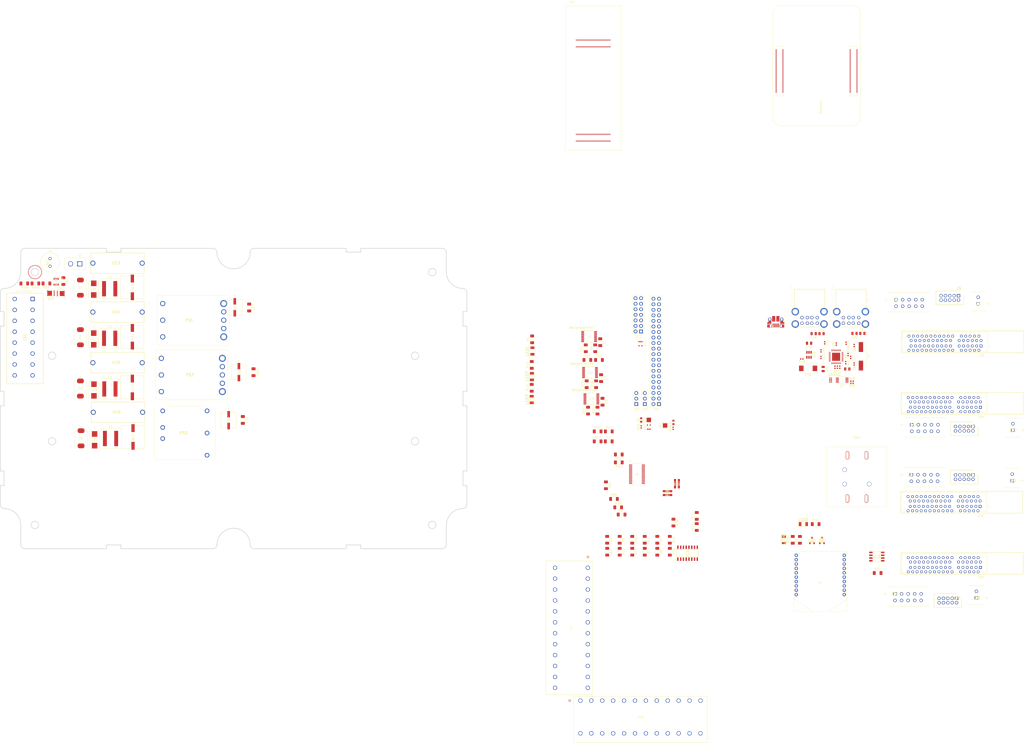
<source format=kicad_pcb>
(kicad_pcb (version 20221018) (generator pcbnew)
  (layers (0 "F.Cu" signal) (31 "B.Cu" signal) (34 "B.Paste" user) (35 "F.Paste" user) (36 "B.SilkS" user "B.Silkscreen") (37 "F.SilkS" user "F.Silkscreen") (38 "B.Mask" user) (39 "F.Mask" user) (44 "Edge.Cuts" user))
  (net 0 "")
  (net 1 "Net-(LED1-A)")
  (net 2 "Net-(LED2-A)")
  (net 3 "+5V")
  (net 4 "+3.3V")
  (net 5 "STEPPER_ENABLE")
  (net 6 "Net-(Q1-S)")
  (net 7 "Net-(Q1-D)")
  (net 8 "ZIGBEE_IO")
  (net 9 "Net-(LED4-A)")
  (net 10 "GPIO6 GREEN LED")
  (net 11 "GPIO5 YELLOW LED")
  (net 12 "GPIO4 RED LED")
  (net 13 "Net-(LED3-A)")
  (net 14 "PWM4")
  (net 15 "PWM5")
  (net 16 "PWM6")
  (net 17 "PWM7")
  (net 18 "PWM0")
  (net 19 "PWM1")
  (net 20 "PWM2")
  (net 21 "PWM3")
  (net 22 "LED_RED")
  (net 23 "LED_YELLOW")
  (net 24 "LED_GREEN")
  (net 25 "H7_I2C0_SDA")
  (net 26 "H7_I2C0_SCL")
  (net 27 "Net-(U5-LED3)")
  (net 28 "Net-(U5-LED2)")
  (net 29 "Net-(U5-LED1)")
  (net 30 "Net-(U5-LED0)")
  (net 31 "Net-(U5-LED7)")
  (net 32 "Net-(U5-LED6)")
  (net 33 "Net-(U5-LED5)")
  (net 34 "Net-(U5-LED4)")
  (net 35 "Net-(U5-*OE)")
  (net 36 "GND")
  (net 37 "/+3.3v")
  (net 38 "/+5v")
  (net 39 "/USB2-HUB/VBUS")
  (net 43 "Net-(U5-A0)")
  (net 44 "Net-(D1-K)")
  (net 45 "Net-(D2-K)")
  (net 46 "/USB2-HUB/USBD_N")
  (net 47 "/USB2-HUB/USBD_P")
  (net 48 "/USB2-HUB/HD1_N")
  (net 49 "/USB2-HUB/HD1_P")
  (net 50 "/USB2-HUB/HD2_N")
  (net 51 "/USB2-HUB/HD2_P")
  (net 52 "/USB2-HUB/HD3_N")
  (net 53 "/USB2-HUB/HD4_N")
  (net 54 "/USB2-HUB/HD3_P")
  (net 55 "/USB2-HUB/HD4_P")
  (net 56 "/CM4_GPIO ( Ethernet, GPIO, SDCARD)/nRPIBOOT")
  (net 57 "/CM4_GPIO ( Ethernet, GPIO, SDCARD)/EEPROM_nWP")
  (net 58 "/CM4_GPIO ( Ethernet, GPIO, SDCARD)/AIN0")
  (net 59 "/CM4_GPIO ( Ethernet, GPIO, SDCARD)/AIN1")
  (net 60 "/CM4_GPIO ( Ethernet, GPIO, SDCARD)/SYNC_IN")
  (net 61 "/CM4_GPIO ( Ethernet, GPIO, SDCARD)/SYNC_OUT")
  (net 62 "/CM4_GPIO ( Ethernet, GPIO, SDCARD)/TV_OUT")
  (net 63 "/CM4_GPIO ( Ethernet, GPIO, SDCARD)/GLOBAL_EN")
  (net 64 "/CM4_GPIO ( Ethernet, GPIO, SDCARD)/WL_nDis")
  (net 65 "/CM4_GPIO ( Ethernet, GPIO, SDCARD)/BT_nDis")
  (net 66 "/CM4_GPIO ( Ethernet, GPIO, SDCARD)/RUN_PG")
  (net 67 "/CM4_GPIO ( Ethernet, GPIO, SDCARD)/GPIO2")
  (net 68 "/CM4_GPIO ( Ethernet, GPIO, SDCARD)/GPIO3")
  (net 69 "/CM4_GPIO ( Ethernet, GPIO, SDCARD)/GPIO4")
  (net 70 "/CM4_GPIO ( Ethernet, GPIO, SDCARD)/GPIO17")
  (net 71 "/CM4_GPIO ( Ethernet, GPIO, SDCARD)/GPIO18")
  (net 72 "/CM4_GPIO ( Ethernet, GPIO, SDCARD)/GPIO27")
  (net 73 "/CM4_GPIO ( Ethernet, GPIO, SDCARD)/GPIO22")
  (net 74 "/CM4_GPIO ( Ethernet, GPIO, SDCARD)/GPIO23")
  (net 75 "/CM4_GPIO ( Ethernet, GPIO, SDCARD)/GPIO24")
  (net 76 "/CM4_GPIO ( Ethernet, GPIO, SDCARD)/GPIO10")
  (net 77 "/CM4_GPIO ( Ethernet, GPIO, SDCARD)/GPIO9")
  (net 78 "/CM4_GPIO ( Ethernet, GPIO, SDCARD)/GPIO25")
  (net 79 "/CM4_GPIO ( Ethernet, GPIO, SDCARD)/GPIO11")
  (net 80 "/CM4_GPIO ( Ethernet, GPIO, SDCARD)/GPIO8")
  (net 81 "/CM4_GPIO ( Ethernet, GPIO, SDCARD)/GPIO7")
  (net 82 "/CM4_GPIO ( Ethernet, GPIO, SDCARD)/ID_SD")
  (net 83 "/CM4_GPIO ( Ethernet, GPIO, SDCARD)/ID_SC")
  (net 84 "/CM4_GPIO ( Ethernet, GPIO, SDCARD)/GPIO5")
  (net 85 "/CM4_GPIO ( Ethernet, GPIO, SDCARD)/GPIO6")
  (net 86 "/CM4_GPIO ( Ethernet, GPIO, SDCARD)/GPIO12")
  (net 87 "/CM4_GPIO ( Ethernet, GPIO, SDCARD)/GPIO13")
  (net 88 "/CM4_GPIO ( Ethernet, GPIO, SDCARD)/GPIO19")
  (net 89 "/CM4_GPIO ( Ethernet, GPIO, SDCARD)/GPIO16")
  (net 90 "/CM4_GPIO ( Ethernet, GPIO, SDCARD)/GPIO26")
  (net 91 "/CM4_GPIO ( Ethernet, GPIO, SDCARD)/GPIO20")
  (net 92 "/CM4_GPIO ( Ethernet, GPIO, SDCARD)/GPIO21")
  (net 93 "Net-(Module1A-PI_nLED_Activity)")
  (net 94 "/CM4_GPIO ( Ethernet, GPIO, SDCARD)/nPWR_LED")
  (net 95 "/nEXTRST")
  (net 96 "/CM4_HighSpeed/USBOTG_ID")
  (net 97 "/CM4_HighSpeed/USB2_N")
  (net 98 "/CM4_HighSpeed/USB2_P")
  (net 99 "Net-(U8-SCL{slash}SMBCLK{slash}CFG_SEL0)")
  (net 100 "Net-(U8-SDA{slash}SMBDATA{slash}NON_REM1)")
  (net 101 "Net-(U8-SUSP_IND{slash}LOCAL_PWR{slash}NON_REM0)")
  (net 102 "Net-(U8-RBIAS)")
  (net 103 "Net-(U8-HS_IND{slash}CFG_SEL1)")
  (net 104 "Net-(R52-Pad2)")
  (net 105 "/USB2-HUB/USBH_N")
  (net 106 "/USB2-HUB/USBH_P")
  (net 107 "/USB2-HUB/PWR1")
  (net 109 "/USB2-HUB/nOCS1")
  (net 122 "Net-(U10-ILIM)")
  (net 123 "Net-(LED5-A)")
  (net 159 "UT_SIGNAL")
  (net 160 "Net-(U9-D1-)")
  (net 161 "Net-(U9-D1+)")
  (net 162 "Net-(U8-XTALOUT)")
  (net 163 "Net-(U8-XTALIN{slash}CLKIN)")
  (net 164 "Net-(J7-VBUS)")
  (net 165 "Net-(J11-Pin_13)")
  (net 166 "ENCODER2_PHASEZ_IN")
  (net 167 "ENCODER2_PHASEZ")
  (net 168 "ENCODER2_PHASEB_IN")
  (net 169 "ENCODER2_PHASEB")
  (net 170 "ENCODER2_PHASEA_IN")
  (net 171 "ENCODER2_PHASEA")
  (net 172 "ENCODER1_PHASEZ_IN")
  (net 173 "ENCODER1_PHASEZ")
  (net 174 "ENCODER1_PHASEB_IN")
  (net 175 "ENCODER1_PHASEB")
  (net 176 "ENCODER1_PHASEA_IN")
  (net 177 "ENCODER1_PHASEA")
  (net 178 "D0 STEPPER ENABLE")
  (net 179 "CLAMP_NC")
  (net 180 "CLAMP_C")
  (net 181 "BATT+")
  (net 182 "75_ANALOG_A1")
  (net 183 "73_ANALOG_A0")
  (net 184 "+5V_IN")
  (net 185 "+3.3V_IN")
  (net 186 "+24V_IN")
  (net 187 "+24V")
  (net 207 "DVR_+Vmot_1")
  (net 208 "DVR_A{slash}A+_1")
  (net 209 "DVR_C{slash}B+_1")
  (net 210 "DVR_HALL1_1")
  (net 211 "DVR_HALL2_1")
  (net 212 "DVR_HALL3_1")
  (net 213 "DVR_B{slash}A-_1")
  (net 214 "DVR_BR{slash}B-_1")
  (net 215 "DVR_+5VOUT_1")
  (net 216 "DVR_A-{slash}SIN-{slash}LH1_1")
  (net 217 "DVR_A{slash}SIN+_1")
  (net 218 "DVR_B-{slash}COS-{slash}LH2_1")
  (net 219 "DVR_B{slash}COS+_1")
  (net 220 "DVR_Z-{slash}LH3_1")
  (net 221 "DVR_Z+_1")
  (net 222 "DVR_OUT1_1")
  (net 223 "DVR_CAN_Hi_1")
  (net 224 "DVR_232TX_1")
  (net 225 "DVR_232RX_1")
  (net 226 "DVR_OUT0_1")
  (net 227 "DVR_AXISID0_1")
  (net 228 "DVR_AXISID1_1")
  (net 229 "DVR_AXISID2_1")
  (net 230 "DVR_REF_1")
  (net 231 "DVR_FDBK_1")
  (net 232 "DVR_OUT2{slash}ERROR_1")
  (net 233 "DVR_OUT3{slash}READY_1")
  (net 234 "DVR_IN0_1")
  (net 235 "DVR_IN1_1")
  (net 236 "DVR_IN2{slash}LSP_1")
  (net 237 "DVR_IN3{slash}LSN_1")
  (net 238 "DVR_IN4{slash}ENABLE_1")
  (net 239 "DVR_CAN_Lo_1")
  (net 240 "DVR_+Vlog_1")
  (net 241 "DVR_232TX_2")
  (net 242 "DVR_232RX_2")
  (net 243 "DVR_OUT0_2")
  (net 244 "DVR_AXISID0_2")
  (net 245 "DVR_AXISID1_2")
  (net 246 "DVR_AXISID2_2")
  (net 247 "DVR_REF_2")
  (net 248 "DVR_FDBK_2")
  (net 249 "DVR_+5VOUT_2")
  (net 250 "DVR_OUT2{slash}ERROR_2")
  (net 251 "DVR_OUT3{slash}READY_2")
  (net 252 "DVR_IN0_2")
  (net 253 "DVR_IN1_2")
  (net 254 "DVR_IN2{slash}LSP_2")
  (net 255 "DVR_IN3{slash}LSN_2")
  (net 256 "DVR_IN4{slash}ENABLE_2")
  (net 257 "DVR_+Vlog_2")
  (net 258 "DVR_+Vmot_2")
  (net 259 "DVR_C{slash}B+_2")
  (net 260 "DVR_A{slash}A+_2")
  (net 261 "DVR_OUT1_2")
  (net 262 "DVR_HALL1_2")
  (net 263 "DVR_HALL2_2")
  (net 264 "DVR_HALL3_2")
  (net 265 "DVR_A-{slash}SIN-{slash}LH1_2")
  (net 266 "DVR_A{slash}SIN+_2")
  (net 267 "DVR_B-{slash}COS-{slash}LH2_2")
  (net 268 "DVR_B{slash}COS+_2")
  (net 269 "DVR_Z-{slash}LH3_2")
  (net 270 "DVR_Z+_2")
  (net 271 "DVR_BR{slash}B-_2")
  (net 272 "DVR_B{slash}A-_2")
  (net 273 "DVR_232TX_3")
  (net 274 "DVR_232RX_3")
  (net 275 "DVR_OUT0_3")
  (net 276 "DVR_AXISID0_3")
  (net 277 "DVR_AXISID1_3")
  (net 278 "DVR_AXISID2_3")
  (net 279 "DVR_REF_3")
  (net 280 "DVR_FDBK_3")
  (net 281 "DVR_+5VOUT_3")
  (net 282 "DVR_OUT2{slash}ERROR_3")
  (net 283 "DVR_OUT3{slash}READY_3")
  (net 284 "DVR_IN0_3")
  (net 285 "DVR_IN1_3")
  (net 286 "DVR_IN2{slash}LSP_3")
  (net 287 "DVR_IN3{slash}LSN_3")
  (net 288 "DVR_IN4{slash}ENABLE_3")
  (net 289 "DVR_+Vlog_3")
  (net 290 "DVR_+Vmot_3")
  (net 291 "DVR_C{slash}B+_3")
  (net 292 "DVR_A{slash}A+_3")
  (net 293 "DVR_OUT1_3")
  (net 294 "DVR_HALL1_3")
  (net 295 "DVR_HALL2_3")
  (net 296 "DVR_HALL3_3")
  (net 297 "DVR_A-{slash}SIN-{slash}LH1_3")
  (net 298 "DVR_A{slash}SIN+_3")
  (net 299 "DVR_B-{slash}COS-{slash}LH2_3")
  (net 300 "DVR_B{slash}COS+_3")
  (net 301 "DVR_Z-{slash}LH3_3")
  (net 302 "DVR_Z+_3")
  (net 303 "DVR_BR{slash}B-_3")
  (net 304 "DVR_B{slash}A-_3")
  (net 305 "DVR_232TX_4")
  (net 306 "DVR_232RX_4")
  (net 307 "DVR_OUT0_4")
  (net 308 "DVR_AXISID0_4")
  (net 309 "DVR_AXISID1_4")
  (net 310 "DVR_AXISID2_4")
  (net 311 "DVR_REF_4")
  (net 312 "DVR_FDBK_4")
  (net 313 "DVR_+5VOUT_4")
  (net 314 "DVR_OUT2{slash}ERROR_4")
  (net 315 "DVR_OUT3{slash}READY_4")
  (net 316 "DVR_IN0_4")
  (net 317 "DVR_IN1_4")
  (net 318 "DVR_IN2{slash}LSP_4")
  (net 319 "DVR_IN3{slash}LSN_4")
  (net 320 "DVR_IN4{slash}ENABLE_4")
  (net 321 "DVR_+Vlog_4")
  (net 322 "DVR_+Vmot_4")
  (net 323 "DVR_C{slash}B+_4")
  (net 324 "DVR_A{slash}A+_4")
  (net 325 "DVR_OUT1_4")
  (net 326 "DVR_HALL1_4")
  (net 327 "DVR_HALL2_4")
  (net 328 "DVR_HALL3_4")
  (net 329 "DVR_A-{slash}SIN-{slash}LH1_4")
  (net 330 "DVR_A{slash}SIN+_4")
  (net 331 "DVR_B-{slash}COS-{slash}LH2_4")
  (net 332 "DVR_B{slash}COS+_4")
  (net 333 "DVR_Z-{slash}LH3_4")
  (net 334 "DVR_Z+_4")
  (net 335 "DVR_BR{slash}B-_4")
  (net 336 "DVR_B{slash}A-_4")
  (net 338 "H7_CAN1_TX")
  (net 339 "H7_CAN1_RX")
  (net 340 "Net-(U5-A1)")
  (net 341 "Net-(U5-A2)")
  (net 342 "Net-(U5-A3)")
  (net 343 "Net-(U5-A4)")
  (net 344 "Net-(U5-A5)")
  (net 345 "RPI_GPIO_14_TX")
  (net 346 "RPI_GPIO_15_RX")
  (net 347 "Net-(C21-Pad1)")
  (net 348 "Net-(C22-Pad1)")
  (net 349 "Net-(C23-Pad1)")
  (net 350 "Net-(C24-Pad1)")
  (net 351 "18V")
  (net 352 "Net-(PS1-+VIN)")
  (net 353 "Net-(PS2-+VIN)")
  (net 354 "Net-(PS3-+VIN)")
  (net 355 "24V")
  (net 356 "5V")
  (net 357 "3.3V")
  (net 358 "Net-(U18-VOUT)")
  (net 359 "BG")
  (net 360 "BV")
  (net 361 "/CM4_GPIO ( Ethernet, GPIO, SDCARD)/TRD3_P")
  (net 362 "/CM4_GPIO ( Ethernet, GPIO, SDCARD)/TRD1_P")
  (net 363 "/CM4_GPIO ( Ethernet, GPIO, SDCARD)/TRD3_N")
  (net 364 "/CM4_GPIO ( Ethernet, GPIO, SDCARD)/TRD1_N")
  (net 365 "/CM4_GPIO ( Ethernet, GPIO, SDCARD)/TRD2_N")
  (net 366 "/CM4_GPIO ( Ethernet, GPIO, SDCARD)/TRD0_N")
  (net 367 "/CM4_GPIO ( Ethernet, GPIO, SDCARD)/TRD2_P")
  (net 368 "/CM4_GPIO ( Ethernet, GPIO, SDCARD)/TRD0_P")
  (net 369 "/CM4_GPIO ( Ethernet, GPIO, SDCARD)/ETH_LEDY")
  (net 370 "/CM4_GPIO ( Ethernet, GPIO, SDCARD)/ETH_LEDG")
  (net 372 "/CM4_GPIO ( Ethernet, GPIO, SDCARD)/SD_CLK")
  (net 373 "/CM4_GPIO ( Ethernet, GPIO, SDCARD)/SD_DAT3")
  (net 374 "/CM4_GPIO ( Ethernet, GPIO, SDCARD)/SD_CMD")
  (net 375 "/CM4_GPIO ( Ethernet, GPIO, SDCARD)/SD_DAT0")
  (net 377 "/CM4_GPIO ( Ethernet, GPIO, SDCARD)/SD_DAT1")
  (net 379 "/CM4_GPIO ( Ethernet, GPIO, SDCARD)/SD_DAT2")
  (net 383 "/CM4_GPIO ( Ethernet, GPIO, SDCARD)/SD_PWR_ON")
  (net 384 "/CM4_GPIO ( Ethernet, GPIO, SDCARD)/Reserved")
  (net 385 "/CM4_GPIO ( Ethernet, GPIO, SDCARD)/GPIO_VREF")
  (net 386 "/CM4_GPIO ( Ethernet, GPIO, SDCARD)/SCL0")
  (net 387 "/CM4_GPIO ( Ethernet, GPIO, SDCARD)/SDA0")
  (net 388 "/CM4_GPIO ( Ethernet, GPIO, SDCARD)/+1.8v")
  (net 389 "/CM4_GPIO ( Ethernet, GPIO, SDCARD)/CAM_GPIO")
  (net 390 "/CM4_HighSpeed/PCIE_CLK_nREQ")
  (net 393 "/CM4_HighSpeed/PCIE_nRST")
  (net 394 "/CM4_HighSpeed/PCIE_CLK_P")
  (net 395 "/CM4_HighSpeed/PCIE_CLK_N")
  (net 396 "/CM4_HighSpeed/CAM1_D0_N")
  (net 397 "/CM4_HighSpeed/PCIE_RX_P")
  (net 398 "/CM4_HighSpeed/CAM1_D0_P")
  (net 399 "/CM4_HighSpeed/PCIE_RX_N")
  (net 400 "/CM4_HighSpeed/CAM1_D1_N")
  (net 401 "/CM4_HighSpeed/PCIE_TX_P")
  (net 402 "/CM4_HighSpeed/CAM1_D1_P")
  (net 403 "/CM4_HighSpeed/PCIE_TX_N")
  (net 404 "/CM4_HighSpeed/CAM1_C_N")
  (net 405 "/CM4_HighSpeed/CAM0_D0_N")
  (net 406 "/CM4_HighSpeed/CAM1_C_P")
  (net 407 "/CM4_HighSpeed/CAM0_D0_P")
  (net 408 "/CM4_HighSpeed/CAM1_D2_N")
  (net 409 "/CM4_HighSpeed/CAM0_D1_N")
  (net 410 "/CM4_HighSpeed/CAM1_D2_P")
  (net 411 "/CM4_HighSpeed/CAM0_D1_P")
  (net 412 "/CM4_HighSpeed/CAM1_D3_N")
  (net 413 "/CM4_HighSpeed/CAM0_C_N")
  (net 414 "/CM4_HighSpeed/CAM1_D3_P")
  (net 415 "/CM4_HighSpeed/CAM0_C_P")
  (net 416 "/CM4_HighSpeed/HDMI1_HOTPLUG")
  (net 417 "/CM4_HighSpeed/HDMI1_SDA")
  (net 418 "/CM4_HighSpeed/HDMI1_D2_P")
  (net 419 "/CM4_HighSpeed/HDMI1_SCL")
  (net 420 "/CM4_HighSpeed/HDMI1_D2_N")
  (net 421 "/CM4_HighSpeed/HDMI1_CEC")
  (net 422 "/CM4_HighSpeed/HDMI0_CEC")
  (net 423 "/CM4_HighSpeed/HDMI1_D1_P")
  (net 424 "/CM4_HighSpeed/HDMI0_HOTPLUG")
  (net 425 "/CM4_HighSpeed/HDMI1_D1_N")
  (net 426 "/CM4_HighSpeed/DSI0_D0_N")
  (net 427 "/CM4_HighSpeed/HDMI1_D0_P")
  (net 428 "/CM4_HighSpeed/DSI0_D0_P")
  (net 429 "/CM4_HighSpeed/HDMI1_D0_N")
  (net 430 "/CM4_HighSpeed/DSI0_D1_N")
  (net 431 "/CM4_HighSpeed/HDMI1_CK_P")
  (net 432 "/CM4_HighSpeed/DSI0_D1_P")
  (net 433 "/CM4_HighSpeed/HDMI1_CK_N")
  (net 434 "/CM4_HighSpeed/DSI0_C_N")
  (net 435 "/CM4_HighSpeed/HDMI0_D2_P")
  (net 436 "/CM4_HighSpeed/DSI0_C_P")
  (net 437 "/CM4_HighSpeed/HDMI0_D2_N")
  (net 438 "/CM4_HighSpeed/DSI1_D0_N")
  (net 439 "/CM4_HighSpeed/HDMI0_D1_P")
  (net 440 "/CM4_HighSpeed/DSI1_D0_P")
  (net 441 "/CM4_HighSpeed/HDMI0_D1_N")
  (net 442 "/CM4_HighSpeed/DSI1_D1_N")
  (net 443 "/CM4_HighSpeed/HDMI0_D0_P")
  (net 444 "/CM4_HighSpeed/DSI1_D1_P")
  (net 445 "/CM4_HighSpeed/HDMI0_D0_N")
  (net 446 "/CM4_HighSpeed/DSI1_C_N")
  (net 447 "/CM4_HighSpeed/HDMI0_CK_P")
  (net 448 "/CM4_HighSpeed/DSI1_C_P")
  (net 449 "/CM4_HighSpeed/HDMI0_CK_N")
  (net 450 "/CM4_HighSpeed/DSI1_D2_N")
  (net 451 "/CM4_HighSpeed/DSI1_D3_N")
  (net 452 "/CM4_HighSpeed/DSI1_D2_P")
  (net 453 "/CM4_HighSpeed/DSI1_D3_P")
  (net 454 "/CM4_HighSpeed/HDMI0_SDA")
  (net 455 "/CM4_HighSpeed/HDMI0_SCL")
  (net 466 "Net-(U18-UV)")
  (net 467 "Net-(U18-OV)")
  (net 468 "Net-(U18-*SHDN)")
  (net 497 "Net-(U4A-GND-PadJ1_31)")
  (net 510 "Net-(U4A-VSYS-PadJ1_53)")
  (net 563 "D7 CS")
  (net 565 "D9 CK")
  (net 567 "D10 CIPO")
  (net 569 "D8 COPI")
  (net 572 "GPIO0 DIR 1")
  (net 574 "GPIO1 DIR 2")
  (net 576 "GPIO2 DIR 3")
  (net 578 "GPIO3 DIR 4")
  (net 582 "D1 STEP 1")
  (net 583 "D4 STEP 4")
  (net 585 "D3 STEP 3")
  (net 587 "D2 STEP 2")
  (net 598 "Net-(U17-S-Pad1)")
  (net 599 "Net-(U17-G)")
  (footprint "10018783_10101TLF:AMPHENOL_10018783-10101TLF" (layer "F.Cu") (at 496.35 140.85 180)
    (fp_text reference "J19")
    (fp_text value "10018783-10101TLF")
  )
  (footprint "Resistor_SMD:R_1206_3216Metric_Pad1.30x1.75mm_HandSolder" (layer "F.Cu") (at 340.283999 138.694)
    (fp_text reference "R35")
    (fp_text value "10k")
  )
  (footprint "Resistor_SMD:R_1206_3216Metric_Pad1.30x1.75mm_HandSolder" (layer "F.Cu") (at 461.05 172.615)
    (fp_text reference "R53")
    (fp_text value "120")
  )
  (footprint "UWS-24_2-Q12-C:UWS242Q12PC" (layer "F.Cu") (at 133.6 49.2)
    (fp_text reference "PS1")
    (fp_text value "UWS-24_2-Q12P-C" hide)
  )
  (footprint "Resistor_SMD:R_1206_3216Metric_Pad1.30x1.75mm_HandSolder" (layer "F.Cu") (at 342.204 142.54)
    (fp_text reference "R36")
    (fp_text value "10k")
  )
  (footprint "QTLP650C2TR:LEDC3216X130N" (layer "F.Cu") (at 302.7 82.64 90)
    (fp_text reference "LED2")
    (fp_text value "QTLP650C2TR" hide)
  )
  (footprint "UEI15-033-Q12P-C:UEI15033Q12PC" (layer "F.Cu") (at 133.595 111.04 180)
    (fp_text reference "PS3")
    (fp_text value "UEI15-033-Q12P-C" hide)
  )
  (footprint "87831-1019:87831-1019" (layer "F.Cu") (at 498.1 45.615 180)
    (fp_text reference "J9")
    (fp_text value "87831-1019" hide)
  )
  (footprint "Resistor_SMD:R_0402_1005Metric" (layer "F.Cu") (at 442.6 78.36 -90)
    (fp_text reference "R31")
    (fp_text value "36K 1%")
  )
  (footprint "Connector_PinHeader_2.54mm:PinHeader_1x03_P2.54mm_Vertical" (layer "F.Cu") (at 350.5 95.265 180)
    (fp_text reference "J12")
    (fp_text value "Conn_01x03")
  )
  (footprint "Inductor_SMD:L_Coilcraft_XAL8080-XXX" (layer "F.Cu") (at 109.3 65.1)
    (fp_text reference "L2")
    (fp_text value "12uF, 10.5A")
  )
  (footprint "T521X336M050ATE075:CAPMP7.6X4.3_4.3N_KEM" (layer "F.Cu") (at 102.1 88.8 -90)
    (fp_text reference "C23")
    (fp_text value "33uF, 50V Tant")
  )
  (footprint "Resistor_SMD:R_1206_3216Metric_Pad1.30x1.75mm_HandSolder" (layer "F.Cu") (at 360.1211 162.867999 -90)
    (fp_text reference "R8")
    (fp_text value "2k 1/8w")
  )
  (footprint "Capacitor_SMD:C_1206_3216Metric_Pad1.33x1.80mm_HandSolder" (layer "F.Cu") (at 173.2 51 -90)
    (fp_text reference "C32")
    (fp_text value "1uF, 100V")
  )
  (footprint "TestPoint:TestPoint_Pad_2.0x2.0mm" (layer "F.Cu") (at 363.7 105.04 90)
    (fp_text reference "TP1")
    (fp_text value "TestPoint")
  )
  (footprint "UWZ1H100MCL1GB:PCAP_6.3x5.4-ELECT_NCA" (layer "F.Cu") (at 168.5 80.5949 -90)
    (fp_text reference "C30")
    (fp_text value "10uF, 50v")
  )
  (footprint "Inductor_SMD:L_Coilcraft_XAL8080-XXX" (layer "F.Cu") (at 109.4 88.3)
    (fp_text reference "L3")
    (fp_text value "12uF, 10.5A")
  )
  (footprint "Resistor_SMD:R_1206_3216Metric_Pad1.30x1.75mm_HandSolder" (layer "F.Cu") (at 75.3 40 180)
    (fp_text reference "R55")
    (fp_text value "113k")
  )
  (footprint "Resistor_SMD:R_1206_3216Metric_Pad1.30x1.75mm_HandSolder" (layer "F.Cu") (at 365.8567 162.867999 -90)
    (fp_text reference "R15")
    (fp_text value "2k 1/8w")
  )
  (footprint "43045-1012:43045-10YY_121314" (layer "F.Cu") (at 469.5 47.415 180)
    (fp_text reference "J6")
    (fp_text value "43045-1012" hide)
  )
  (footprint "Resistor_SMD:R_0402_1005Metric" (layer "F.Cu") (at 446.4 76.27 -90)
    (fp_text reference "R41")
    (fp_text value "36K 1%")
  )
  (footprint "LTC4365CTS8_TRMPBF:TSOT-23_TS8_LIT" (layer "F.Cu") (at 84.825001 39.18555 -90)
    (fp_text reference "U18")
    (fp_text value "LTC4365CTS8-TRMPBF")
  )
  (footprint "Resistor_SMD:R_0402_1005Metric" (layer "F.Cu") (at 447.5 72.56 90)
    (fp_text reference "R46")
    (fp_text value "12K 1%")
  )
  (footprint "Capacitor_SMD:C_0805_2012Metric" (layer "F.Cu") (at 436.1 79.17 -90)
    (fp_text reference "C8")
    (fp_text value "10u")
  )
  (footprint "87831-1019:87831-1019" (layer "F.Cu") (at 497.2 184.215 180)
    (fp_text reference "J27")
    (fp_text value "87831-1019" hide)
  )
  (footprint "LED_SMD:LED_0603_1608Metric" (layer "F.Cu") (at 367.5 103.62 90)
    (fp_text reference "D1")
    (fp_text value "LED Green")
  )
  (footprint "Resistor_SMD:R_1206_3216Metric_Pad1.30x1.75mm_HandSolder" (layer "F.Cu") (at 365.8567 157.387999 -90)
    (fp_text reference "R14")
    (fp_text value "1k 1/8W")
  )
  (footprint "736-112:CONN24_736-112_WAG" (layer "F.Cu") (at 324.904905 231.051999)
    (fp_text reference "J16")
    (fp_text value "736-112")
  )
  (footprint "Capacitor_SMD:C_0402_1005Metric" (layer "F.Cu") (at 442.1 67.75 90)
    (fp_text reference "C9")
    (fp_text value "100n")
  )
  (footprint "Resistor_SMD:R_1206_3216Metric_Pad1.30x1.75mm_HandSolder" (layer "F.Cu") (at 342.5 121.94 180)
    (fp_text reference "R33")
    (fp_text value "10k")
  )
  (footprint "Resistor_SMD:R_1206_3216Metric_Pad1.30x1.75mm_HandSolder" (layer "F.Cu") (at 367.532 149.508 -90)
    (fp_text reference "R28")
    (fp_text value "10k 1/8W")
  )
  (footprint "SMCJ40A:DIOM7959X262N" (layer "F.Cu") (at 95.9 88.1225 -90)
    (fp_text reference "D5")
    (fp_text value "SMCJ40A")
  )
  (footprint "Crystal:Crystal_SMD_HC49-SD" (layer "F.Cu") (at 453.4 73.36 -90)
    (fp_text reference "Y1")
    (fp_text value "24MHz")
  )
  (footprint "Resistor_SMD:R_0402_1005Metric" (layer "F.Cu") (at 441.5 78.37 -90)
    (fp_text reference "R40")
    (fp_text value "36K 1%")
  )
  (footprint "Resistor_SMD:R_0402_1005Metric" (layer "F.Cu") (at 443.7 78.36 -90)
    (fp_text reference "R47")
    (fp_text value "36K 1%")
  )
  (footprint "UWS-510-Q12P-C:UWS-510-Q12P-C" (layer "F.Cu") (at 132.98 74.28)
    (fp_text reference "PS2")
    (fp_text value "UWS-510-Q12P-C" hide)
  )
  (footprint "Connector_PinHeader_2.54mm:PinHeader_1x03_P2.54mm_Vertical" (layer "F.Cu") (at 354.4 95.265 180)
    (fp_text reference "J13")
    (fp_text value "Conn_01x03")
  )
  (footprint "SIS434DN_T1_GE3:MOSFET_4DN-T1-E3_VIS" (layer "F.Cu") (at 86.9 44.6)
    (fp_text reference "U17")
    (fp_text value "SIS434DN-T1-GE3")
  )
  (footprint "Resistor_SMD:R_1206_3216Metric_Pad1.30x1.75mm_HandSolder" (layer "F.Cu") (at 327.376 69.674 90)
    (fp_text reference "R11")
    (fp_text value "10k")
  )
  (footprint "Capacitor_SMD:C_1206_3216Metric_Pad1.33x1.80mm_HandSolder" (layer "F.Cu") (at 175.2 80.6375 -90)
    (fp_text reference "C33")
    (fp_text value "1uF, 100V")
  )
  (footprint "BSS806NH6327XTSA1:SOT95P240X110-3N" (layer "F.Cu") (at 431 157.715 90)
    (fp_text reference "Q1")
    (fp_text value "BSS806NH6327XTSA1" hide)
  )
  (footprint "Resistor_SMD:R_1206_3216Metric_Pad1.30x1.75mm_HandSolder" (layer "F.Cu") (at 360.1163 157.387999 -90)
    (fp_text reference "R7")
    (fp_text value "1k 1/8W")
  )
  (footprint "Resistor_SMD:R_1206_3216Metric_Pad1.30x1.75mm_HandSolder" (layer "F.Cu") (at 354.3855 162.867999 -90)
    (fp_text reference "R2")
    (fp_text value "2k 1/8w")
  )
  (footprint "QTLP650C2TR:LEDC3216X130N" (layer "F.Cu") (at 302.928 70.915 90)
    (fp_text reference "LED1")
    (fp_text value "QTLP650C2TR" hide)
  )
  (footprint "Capacitor_SMD:C_0805_2012Metric" (layer "F.Cu") (at 447.15 79.17)
    (fp_text reference "C7")
    (fp_text value "10u")
  )
  (footprint "Resistor_SMD:R_1206_3216Metric_Pad1.30x1.75mm_HandSolder" (layer "F.Cu") (at 70.2 40 180)
    (fp_text reference "R56")
    (fp_text value "187k")
  )
  (footprint "TJA1049T,118:TJA1049T,118" (layer "F.Cu") (at 460.675 165.11)
    (fp_text reference "IC2")
    (fp_text value "TJA1049T,118" hide)
  )
  (footprint "212520-1002:212520-1002" (layer "F.Cu") (at 95.6 31.00925 90)
    (fp_text reference "J1")
    (fp_text value "Switch" hide)
  )
  (footprint "CM4IO:MOLEX_USB_67298-4090" (layer "F.Cu") (at 448.87 52.905 180)
    (fp_text reference "J8")
    (fp_text value "690-008-221-904")
  )
  (footprint "XA1E-BV302-R:XA1E-BV302-R" (layer "F.Cu") (at 451.55 128.615)
    (fp_text reference "SW1")
    (fp_text value "XA1E-BV302-R")
  )
  (footprint "43045-0212:43045-02YY_121314" (layer "F.Cu") (at 507.1 49.315)
    (fp_text reference "J5")
    (fp_text value "43045-0212" hide)
  )
  (footprint "CAY16_221J4LF:BO_CAY16" (layer "F.Cu") (at 364.8057 136.0086 90)
    (fp_text reference "R38")
    (fp_text value "CAY16-221J4LF")
  )
  (footprint "87831-1019:87831-1019" (layer "F.Cu") (at 504.7 105.515 180)
    (fp_text reference "J21")
    (fp_text value "87831-1019" hide)
  )
  (footprint "Resistor_SMD:R_1206_3216Metric_Pad1.30x1.75mm_HandSolder" (layer "F.Cu") (at 332.806 112.314)
    (fp_text reference "R42")
    (fp_text value "10k")
  )
  (footprint "UWT1H221MNL1GS:U2-R_NCH" (layer "F.Cu") (at 120 110.3 -90)
    (fp_text reference "C28")
    (fp_text value "220uF, 50V, Elec")
  )
  (footprint "Resistor_SMD:R_1206_3216Metric_Pad1.30x1.75mm_HandSolder" (layer "F.Cu") (at 337.1787 162.867999 -90)
    (fp_text reference "R4")
    (fp_text value "2k 1/8w")
  )
  (footprint "Package_TO_SOT_SMD:SOT-23-6" (layer "F.Cu") (at 429.6 72.67 -90)
    (fp_text reference "U10")
    (fp_text value "AP22653W6")
  )
  (footprint "CM4IO:USB_Micro-B_EDAC_UCON00686" (layer "F.Cu") (at 414.4 56.415 180)
    (fp_text reference "J7")
    (fp_text value "USB_OTG")
  )
  (footprint "Capacitor_SMD:C_0402_1005Metric" (layer "F.Cu") (at 435.1 70.87 -90)
    (fp_text reference "C14")
    (fp_text value "100n")
  )
  (footprint "43045-0212:43045-02YY_121314" (layer "F.Cu") (at 523 107.215)
    (fp_text reference "J22")
    (fp_text value "43045-0212" hide)
  )
  (footprint "Capacitor_SMD:C_0402_1005Metric" (layer "F.Cu") (at 446.6 67.39 -90)
    (fp_text reference "C10")
    (fp_text value "100n")
  )
  (footprint "Capacitor_SMD:C_0805_2012Metric" (layer "F.Cu") (at 429.65 67.37 180)
    (fp_text reference "C15")
    (fp_text value "10u")
  )
  (footprint "Resistor_SMD:R_1206_3216Metric_Pad1.30x1.75mm_HandSolder" (layer "F.Cu") (at 348.6355 157.387999 -90)
    (fp_text reference "R16")
    (fp_text value "1k 1/8W")
  )
  (footprint "2604-3108:26043108" (layer "F.Cu") (at 74 47.1 -90)
    (fp_text reference "J31")
    (fp_text value "2604-3108" hide)
  )
  (footprint "Resistor_SMD:R_1206_3216Metric_Pad1.30x1.75mm_HandSolder" (layer "F.Cu") (at 328.0888 75.028101)
    (fp_text reference "R22")
    (fp_text value "100k 1/8W")
  )
  (footprint "Capacitor_SMD:C_1206_3216Metric_Pad1.33x1.80mm_HandSolder" (layer "F.Cu") (at 170.3 102.5 -90)
    (fp_text reference "C34")
    (fp_text value "1uF, 100V")
  )
  (footprint "43045-1012:43045-10YY_121314" (layer "F.Cu") (at 476.5 127.6 180)
    (fp_text reference "J23")
    (fp_text value "43045-1012" hide)
  )
  (footprint "UWT1H221MNL1GS:U2-R_NCH" (layer "F.Cu") (at 119.7 64.4 -90)
    (fp_text reference "C26")
    (fp_text value "220uF, 50V, Elec")
  )
  (footprint "T521X336M050ATE075:CAPMP7.6X4.3_4.3N_KEM" (layer "F.Cu") (at 102.4 111.6 -90)
    (fp_text reference "C24")
    (fp_text value "33uF, 50V Tant")
  )
  (footprint "Package_TO_SOT_SMD:SOT-353_SC-70-5" (layer "F.Cu") (at 356.25 105.79 90)
    (fp_text reference "U12")
    (fp_text value "74LVC1G07SE-7")
  )
  (footprint "Resistor_SMD:R_1206_3216Metric_Pad1.30x1.75mm_HandSolder" (layer "F.Cu") (at 332.806 107.742)
    (fp_text reference "R44")
    (fp_text value "10k")
  )
  (footprint "Resistor_SMD:R_1206_3216Metric_Pad1.30x1.75mm_HandSolder" (layer "F.Cu") (at 328.414 98.22 90)
    (fp_text reference "R25")
    (fp_text value "10k")
  )
  (footprint "Resistor_SMD:R_1206_3216Metric_Pad1.30x1.75mm_HandSolder" (layer "F.Cu") (at 302.632 77.289 90)
    (fp_text reference "R12")
    (fp_text value "200ohm, 1/10w")
  )
  (footprint "Capacitor_SMD:C_0402_1005Metric" (layer "F.Cu") (at 450.3 68.39 -90)
    (fp_text reference "C5")
    (fp_text value "27pF")
  )
  (footprint "Package_TO_SOT_SMD:SOT-353_SC-70-5" (layer "F.Cu") (at 352.41 67.59 -90)
    (fp_text reference "U11")
    (fp_text value "74LVC1G07SE-7")
  )
  (footprint "696108003002:WR-FSH_THT_2" (layer "F.Cu") (at 113.1 99)
    (fp_text reference "U16")
    (fp_text value "696108003002" hide)
  )
  (footprint "Connector_PinHeader_2.54mm:PinHeader_2x07_P2.54mm_Vertical" (layer "F.Cu") (at 352.7 61.98 180)
    (fp_text reference "J11")
    (fp_text value "Conn_02x07_Odd_Even")
  )
  (footprint "Resistor_SMD:R_1206_3216Metric_Pad1.30x1.75mm_HandSolder" (layer "F.Cu") (at 80.35 40 180)
    (fp_text reference "R54")
    (fp_text value "8700k")
  )
  (footprint "Resistor_SMD:R_0402_1005Metric" (layer "F.Cu") (at 352.75 105.69 -90)
    (fp_text reference "R52")
    (fp_text value "1k")
  )
  (footprint "Connector_PinHeader_2.54mm:PinHeader_2x20_P2.54mm_Vertical" (layer "F.Cu") (at 360.9 95.24 180)
    (fp_text reference "J14")
    (fp_text value "THD-20-R")
  )
  (footprint "Resistor_SMD:R_0402_1005Metric" (layer "F.Cu") (at 426.31 74.57 180)
    (fp_text reference "R48")
    (fp_text value "15K 1%")
  )
  (footprint "Capacitor_SMD:C_1206_3216Metric_Pad1.33x1.80mm_HandSolder" (layer "F.Cu") (at 334.386 83.346 -90)
    (fp_text reference "C2")
    (fp_text value "0.1uF")
  )
  (footprint "Capacitor_SMD:C_1206_3216Metric_Pad1.33x1.80mm_HandSolder" (layer "F.Cu") (at 337.8735 112.314)
    (fp_text reference "C4")
    (fp_text value "10uF")
  )
  (footprint "UWT1H221MNL1GS:U2-R_NCH" (layer "F.Cu") (at 119.7 87.6 -90)
    (fp_text reference "C27")
    (fp_text value "220uF, 50V, Elec")
  )
  (footprint "Resistor_SMD:R_1206_3216Metric_Pad1.30x1.75mm_HandSolder" (layer "F.Cu") (at 343.78 145.842)
    (fp_text reference "R37")
    (fp_text value "10k")
  )
  (footprint "696108003002:WR-FSH_THT_2" (layer "F.Cu") (at 112.901745 76.3)
    (fp_text reference "U15")
    (fp_text value "696108003002" hide)
  )
  (footprint "696108003002:WR-FSH_THT_2" (layer "F.Cu") (at 112.901745 53.1)
    (fp_text reference "U14")
    (fp_text value "696108003002" hide)
  )
  (footprint "MC1413DR2G:SOIC127P600X175-16N" (layer "F.Cu") (at 374 163.54 90)
    (fp_text reference "IC1")
    (fp_text value "MC1413DR2G" hide)
  )
  (footprint "Resistor_SMD:R_1206_3216Metric_Pad1.30x1.75mm_HandSolder" (layer "F.Cu") (at 88.1 38.9 90)
    (fp_text reference "R57")
    (fp_text value "100k")
  )
  (footprint "UWT1H221MNL1GS:U2-R_NCH" (layer "F.Cu") (at 119.7 41.8 -90)
    (fp_text reference "C25")
    (fp_text value "220uF, 50V, Elec")
  )
  (footprint "Resistor_SMD:R_1206_3216Metric_Pad1.30x1.75mm_HandSolder" (layer "F.Cu") (at 327.782 86.14 90)
    (fp_text reference "R19")
    (fp_text value "10k")
  )
  (footprint "50ZLH100MEFC8X11_5:CAP_YX_8X11P5_RUB" (layer "F.Cu") (at 82 28.599999 -90)
    (fp_text reference "C35")
    (fp_text value "50ZLH100MEFC8X11.5")
  )
  (footprint "T521X336M050ATE075:CAPMP7.6X4.3_4.3N_KEM" (layer "F.Cu") (at 102 65.4 -90)
    (fp_text reference "C22")
    (fp_text value "33uF, 50V Tant")
  )
  (footprint "QTLP650C2TR:LEDC3216X130N" (layer "F.Cu") (at 427.05 150.215)
    (fp_text reference "LED5")
    (fp_text value "QTLP650C2TR" hide)
  )
  (footprint "Capacitor_SMD:C_0402_1005Metric" (layer "F.Cu") (at 436.8 67.17 -90)
    (fp_text reference "C11")
    (fp_text value "100n")
  )
  (footprint "Resistor_SMD:R_1206_3216Metric_Pad1.30x1.75mm_HandSolder" (layer "F.Cu") (at 432.662 150.215)
    (fp_text reference "R45")
    (fp_text value "86ohm, 1/10w")
  )
  (footprint "Resistor_SMD:R_1206_3216Metric_Pad1.30x1.75mm_HandSolder" (layer "F.Cu") (at 378.2 146.46 90)
    (fp_text reference "R21")
    (fp_text value "1k 1/8w")
  )
  (footprint "Resistor_SMD:R_1206_3216Metric_Pad1.30x1.75mm_HandSolder" (layer "F.Cu") (at 342.9143 162.867999 -90)
    (fp_text reference "R10")
    (fp_text value "2k 1/8w")
  )
  (footprint "43045-1012:43045-10YY_121314" (layer "F.Cu") (at 476.7 104.715 180)
    (fp_text reference "J15")
    (fp_text value "43045-1012" hide)
  )
  (footprint "SMCJ40A:DIOM7959X262N" (layer "F.Cu") (at 95.9 64.615 -90)
    (fp_text reference "D4")
    (fp_text value "SMCJ40A")
  )
  (footprint "Resistor_SMD:R_1206_3216Metric_Pad1.30x1.75mm_HandSolder" (layer "F.Cu") (at 337.1547 157.387999 -90)
    (fp_text reference "R3")
    (fp_text value "1k 1/8W")
  )
  (footprint "SIS434DN_T1_GE3:MOSFET_4DN-T1-E3_VIS" (layer "F.Cu") (at 82.4 44.5 180)
    (fp_text reference "U19")
    (fp_text value "SIS434DN-T1-GE3")
  )
  (footprint "ABX00042:MODULE_ABX00042" (layer "F.Cu") (at 330.745 -54.065)
    (fp_text reference "U4")
    (fp_text value "ABX00042")
  )
  (footprint "Resistor_SMD:R_1206_3216Metric_Pad1.30x1.75mm_HandSolder" (layer "F.Cu") (at 302.599999 87.79 90)
    (fp_text reference "R13")
    (fp_text value "86ohm, 1/10w")
  )
  (footprint "QTLP650C2TR:LEDC3216X130N" (layer "F.Cu") (at 418.09 157.417 -90)
    (fp_text reference "LED4")
    (fp_text value "QTLP650C2TR" hide)
  )
  (footprint "Resistor_SMD:R_1206_3216Metric_Pad1.30x1.75mm_HandSolder" (layer "F.Cu") (at 348.6499 162.867999 -90)
    (fp_text reference "R17")
    (fp_text value "2k 1/8w")
  )
  (footprint "CM4IO:MOLEX_USB_67298-4090" (layer "F.Cu") (at 429.9 52.905 180)
    (fp_text reference "J17")
    (fp_text value "690-008-221-904")
  )
  (footprint "Resistor_SMD:R_0402_1005Metric" (layer "F.Cu") (at 449.31 84.77)
    (fp_text reference "R29")
    (fp_text value "2.2K 1%")
  )
  (footprint "CM4IO:Raspberry-Pi-4-Compute-Module" (layer "F.Cu") (at 416.58 -35.8)
    (fp_text reference "Module1")
    (fp_text value "ComputeModule4")
  )
  (footprint "XB3-24AST-J:XB3-24AST-J" (layer "F.Cu") (at 434.8 176.515 180)
    (fp_text reference "U6")
    (fp_text value "~")
  )
  (footprint "43045-0212:43045-02YY_121314" (layer "F.Cu") (at 522.7 130.315)
    (fp_text reference "J25")
    (fp_text value "43045-0212" hide)
  )
  (footprint "Package_SON:USON-10_2.5x1.0mm_P0.5mm" (layer "F.Cu") (at 439.485 84.27)
    (fp_text reference "U9")
    (fp_text value "TPD4EUSB30")
  )
  (footprint "Resistor_SMD:R_1206_3216Metric_Pad1.30x1.75mm_HandSolder" (layer "F.Cu") (at 333.4228 75.028101)
    (fp_text reference "R23")
    (fp_text value "10k 1/8w")
  )
  (footprint "10018783_10101TLF:AMPHENOL_10018783-10101TLF" (layer "F.Cu") (at 496.75 67.365 180)
    (fp_text reference "J10")
    (fp_text value "10018783-10101TLF")
  )
  (footprint "87831-1019:87831-1019" (layer "F.Cu") (at 504.7 127.7 180)
    (fp_text reference "J24")
    (fp_text value "87831-1019" hide)
  )
  (footprint "UWZ1H100MCL1GB:PCAP_6.3x5.4-ELECT_NCA" (layer "F.Cu") (at 163.8 102.6 -90)
    (fp_text reference "C31")
    (fp_text value "10uF, 50v")
  )
  (footprint "Capacitor_SMD:C_0402_1005Metric" (layer "F.Cu") (at 435.1 73.87 -90)
    (fp_text reference "C13")
    (fp_text value "100n")
  )
  (footprint "INA260AIPWR:PW0016A_N" (layer "F.Cu") (at 328.9 64.34)
    (fp_text reference "U1")
    (fp_text value "INA260AIPWR")
  )
  (footprint "Inductor_SMD:L_Coilcraft_XAL8080-XXX" (layer "F.Cu") (at 109.7 111)
    (fp_text reference "L4")
    (fp_text value "12uF, 10.5A")
  )
  (footprint "CAY16_221J4LF:BO_CAY16" (layer "F.Cu") (at 369.1237 131.7033 180)
    (fp_text reference "R39")
    (fp_text value "CAY16-221J4LF")
  )
  (footprint "Capacitor_SMD:C_0805_2012Metric" (layer "F.Cu") (at 454.05 62.87)
    (fp_text reference "C17")
    (fp_text value "10u")
  )
  (footprint "Resistor_SMD:R_1206_3216Metric_Pad1.30x1.75mm_HandSolder" (layer "F.Cu") (at 425.456 157.415 90)
    (fp_text reference "R27")
    (fp_text value "10k 1/8W")
  )
  (footprint "Resistor_SMD:R_1206_3216Metric_Pad1.30x1.75mm_HandSolder" (layer "F.Cu") (at 302.8 65.59 90)
    (fp_text reference "R5")
    (fp_text value "1.5k. 1/2w")
  )
  (footprint "PCA9685PW:SOT361-1_NXP" (layer "F.Cu") (at 350.821 127.365001)
    (fp_text reference "U5")
    (fp_text value "PCA9685PW")
  )
  (footprint "TestPoint:TestPoint_Pad_2.0x2.0mm" (layer "F.Cu") (at 356.25 102.49 90)
    (fp_text reference "TP2")
    (fp_text value "TestPoint")
  )
  (footprint "10018783_10101TLF:AMPHENOL_10018783-10101TLF" (layer "F.Cu") (at 496.45 168.815 180)
    (fp_text reference "J20")
    (fp_text value "10018783-10101TLF")
  )
  (footprint "Resistor_SMD:R_0402_1005Metric" (layer "F.Cu") (at 449.3 85.77 180)
    (fp_text reference "R30")
    (fp_text value "2.2K 1%")
  )
  (footprint "Inductor_SMD:L_Coilcraft_XAL8080-XXX" (layer "F.Cu") (at 109.3 42.4)
    (fp_text reference "L1")
    (fp_text value "12uF, 10.5A")
  )
  (footprint "SMCJ40A:DIOM7959X262N" (layer "F.Cu") (at 95.9 41.9 -90)
    (fp_text reference "D3")
    (fp_text value "SMCJ40A")
  )
  (footprint "Resistor_SMD:R_1206_3216Metric_Pad1.30x1.75mm_HandSolder" (layer "F.Cu") (at 422.166 157.415 90)
    (fp_text reference "R26")
    (fp_text value "86ohm, 1/10w")
  )
  (footprint "SMCJ40A:DIOM7959X262N" (layer "F.Cu") (at 96.2 110.9 -90)
    (fp_text reference "D6")
    (fp_text value "SMCJ40A")
  )
  (footprint "Resistor_SMD:R_1206_3216Metric_Pad1.30x1.75mm_HandSolder" (layer "F.Cu") (at 332.1 86.14 90)
    (fp_text reference "R18")
    (fp_text value "10k")
  )
  (footprint "696108003002:WR-FSH_THT_2" (layer "F.Cu") (at 112.901745 30.7)
    (fp_text reference "U13")
    (fp_text value "696108003002" hide)
  )
  (footprint "BSS806NH6327XTSA1:SOT95P240X110-3N" (layer "F.Cu") (at 435.55 157.715 90)
    (fp_text reference "Q2")
    (fp_text value "BSS806NH6327XTSA1" hide)
  )
  (footprint "Capacitor_SMD:C_0402_1005Metric" (layer "F.Cu") (at 448.7 73.89 -90)
    (fp_text reference "C12")
    (fp_text value "100n")
  )
  (footprint "Capacitor_Tantalum_SMD:CP_EIA-7343-31_Kemet-D" (layer "F.Cu") (at 429.2 78.87 180)
    (fp_text reference "C16")
    (fp_text value "100uF")
  )
  (footprint "43045-0212:43045-02YY_121314" (layer "F.Cu") (at 506.3 184.015)
    (fp_text reference "J28")
    (fp_text value "43045-0212" hide)
  )
  (footprint "QTLP650C2TR:LEDC3216X130N" (layer "F.Cu") (at 302.607999 93.141 90)
    (fp_text reference "LED3")
    (fp_text value "QTLP650C2TR" hide)
  )
  (footprint "Resistor_SMD:R_1206_3216Metric_Pad1.30x1.75mm_HandSolder" (layer "F.Cu") (at 336.6 132.44 -90)
    (fp_text reference "R34")
    (fp_text value "10k")
  )
  (footprint "INA260AIPWR:PW0016A_N" (layer "F.Cu") (at 329.938 92.886)
    (fp_text reference "U3")
    (fp_text value "INA260AIPWR")
  )
  (footprint "Resistor_SMD:R_1206_3216Metric_Pad1.30x1.75mm_HandSolder" (layer "F.Cu") (at 337.912 107.742)
    (fp_text reference "R43")
    (fp_text value "10k")
  )
  (footprint "T521X336M050ATE075:CAPMP7.6X4.3_4.3N_KEM" (layer "F.Cu") (at 102 42.6 -90)
    (fp_text reference "C21")
    (fp_text value "33uF, 50V Tant")
  )
  (footprint "Capacitor_SMD:C_0805_2012Metric" (layer "F.Cu") (at 431.75 62.97 180)
    (fp_text reference "C18")
    (fp_text value "10u")
  )
  (footprint "Capacitor_SMD:C_0805_2012Metric" (layer "F.Cu") (at 450.45 62.87 180)
    (fp_text reference "C20")
    (fp_text value "10u")
  )
  (footprint "10018783_10101TLF:AMPHENOL_10018783-10101TLF" (layer "F.Cu") (at 496.45 95.465 180)
    (fp_text reference "J18")
    (fp_text value "10018783-10101TLF")
  )
  (footprint "Resistor_SMD:R_1206_3216Metric_Pad1.30x1.75mm_HandSolder" (layer "F.Cu") (at 342.8951 157.387999 -90)
    (fp_text reference "R9")
    (fp_text value "1k 1/8W")
  )
  (footprint "Capacitor_SMD:C_0402_1005Metric" (layer "F.Cu") (at 450.3 76.89 -90)
    (fp_text reference "C6")
    (fp_text value "27pF")
  )
  (footprint "Resistor_SMD:R_1206_3216Metric_Pad1.30x1.75mm_HandSolder" (layer "F.Cu") (at 332.732 98.22 90)
    (fp_text reference "R24")
    (fp_text value "10k")
  )
  (footprint "UWZ1H100MCL1GB:PCAP_6.3x5.4-ELECT_NCA" (layer "F.Cu") (at 166.6 50.9 -90)
    (fp_text reference "C29")
    (fp_text value "10uF, 50v")
  )
  (footprint "LED_SMD:LED_0603_1608Metric" (layer "F.Cu") (at 352.75 102.5125 90)
    (fp_text reference "D2")
    (fp_text value "LED Red")
  )
  (footprint "Resistor_SMD:R_0402_1005Metric" (layer "F.Cu") (at 367.4 106.34 -90)
    (fp_text reference "R49")
    (fp_text value "1k")
  )
  (footprint "43045-1012:43045-10YY_121314" (layer "F.Cu") (at 469 182.175 180)
    (fp_text reference "J26")
    (fp_text value "43045-1012" hide)
  )
  (footprint "Resistor_SMD:R_1206_3216Metric_Pad1.30x1.75mm_HandSolder" (layer "F.Cu") (at 378.2 151.54 90)
    (fp_text reference "R20")
    (fp_text value "4k")
  )
  (footprint "Package_SO:MSOP-10_3x3mm_P0.5mm" (layer "F.Cu") (at 444.8 84.27 180)
    (fp_text reference "U7")
    (fp_text value "FSUSB42MUX")
  )
  (footprint "Package_DFN_QFN:QFN-36-1EP_6x6mm_P0.5mm_EP3.7x3.7mm" (layer "F.Cu") (at 442.03 73.57 -90)
    (fp_text reference "U8")
    (fp_text value "USB2514B-I/M2")
  )
  (footprint "Capacitor_SMD:C_1206_3216Metric_Pad1.33x1.80mm_HandSolder" (layer "F.Cu") (at 333.98 66.88 -90)
    (fp_text reference "C1")
    (fp_text value "0.1uF")
  )
  (footprint "Resistor_SMD:R_1206_3216Metric_Pad1.30x1.75mm_HandSolder" (layer "F.Cu") (at 342.5 118.34 180)
    (fp_text reference "R32")
    (fp_text value "10k")
  )
  (footprint "INA260AIPWR:PW0016A_N" (layer "F.Cu") (at 329.306 80.806)
    (fp_text reference "U2")
    (fp_text value "INA260AIPWR")
  )
  (footprint "Capacitor_SMD:C_1206_3216Metric_Pad1.33x1.80mm_HandSolder" (layer "F.Cu") (at 335.018 94.156 -90)
    (fp_text reference "C3")
    (fp_text value "0.1uF")
  )
  (footprint "Resistor_SMD:R_1206_3216Metric_Pad1.30x1.75mm_HandSolder" (layer "F.Cu") (at 354.3759 157.387999 -90)
    (fp_text reference "R1")
    (fp_text value "1k 1/8W")
  )
  (footprint "736-112:CONN24_736-112_WAG" (layer "F.Cu") (at 328.300001 170.200004 -90)
    (fp_text reference "J4")
    (fp_text value "736-112")
  )
  (footprint "Capacitor_SMD:C_0805_2012Metric" (layer "F.Cu") (at 435.35 62.97)
    (fp_text reference "C19")
    (fp_text value "10u")
  )
  (footprint "Resistor_SMD:R_1206_3216Metric_Pad1.30x1.75mm_HandSolder" (layer "F.Cu") (at 331.694 69.674 90)
    (fp_text reference "R6")
    (fp_text value "10k")
  )
  (gr_circle (center 75.1 34.8) (end 76.9 37.3) (stroke (width 0.2)) (fill none) (layer "F.Cu"))
  (gr_rect (start 471.7 163.215) (end 527.7 173.215) (stroke (width 0.2)) (fill none) (layer "F.SilkS"))
  (gr_rect (start 472 61.715) (end 528 71.715) (stroke (width 0.2)) (fill none) (layer "F.SilkS"))
  (gr_rect (start 471.8 89.915) (end 527.8 99.915) (stroke (width 0.2)) (fill none) (layer "F.SilkS"))
  (gr_rect (start 471.5 135.2) (end 527.5 145.2) (stroke (width 0.2)) (fill none) (layer "F.SilkS"))
  (gr_line (start 217.650566 159.756746) (end 224.305188 159.756746) (stroke (width 0.25)) (layer "Edge.Cuts"))
  (gr_line (start 59.197361 132.529795) (end 59.197361 141.223427) (stroke (width 0.25)) (layer "Edge.Cuts"))
  (gr_line (start 271.160139 89.368873) (end 272.903393 89.368873) (stroke (width 0.25)) (layer "Edge.Cuts"))
  (gr_line (start 271.160139 96.023495) (end 271.160139 89.368873) (stroke (width 0.25)) (layer "Edge.Cuts"))
  (gr_line (start 114.450188 23.892368) (end 114.450188 25.635622) (stroke (width 0.25)) (layer "Edge.Cuts"))
  (gr_line (start 60.940615 125.875173) (end 60.940615 132.529795) (stroke (width 0.25)) (layer "Edge.Cuts"))
  (gr_line (start 59.197361 89.368873) (end 60.940615 89.368873) (stroke (width 0.25)) (layer "Edge.Cuts"))
  (gr_arc (start 61.06469 143.110835) (mid 66.39454 145.368789) (end 68.595361 150.722484) (stroke (width 0.25)) (layer "Edge.Cuts"))
  (gr_line (start 59.197361 96.023495) (end 59.197361 125.875173) (stroke (width 0.25)) (layer "Edge.Cuts"))
  (gr_circle (center 257.045877 34.796884) (end 257.045877 33.082384) (stroke (width 0.25)) (fill none) (layer "Edge.Cuts"))
  (gr_line (start 70.482877 161.5) (end 107.795566 161.5) (stroke (width 0.25)) (layer "Edge.Cuts"))
  (gr_line (start 59.197361 125.875173) (end 60.940615 125.875173) (stroke (width 0.25)) (layer "Edge.Cuts"))
  (gr_line (start 107.795566 23.892368) (end 70.482877 23.892368) (stroke (width 0.25)) (layer "Edge.Cuts"))
  (gr_line (start 60.940615 89.368873) (end 60.940615 96.023495) (stroke (width 0.25)) (layer "Edge.Cuts"))
  (gr_line (start 224.305188 23.892368) (end 224.305188 25.635622) (stroke (width 0.25)) (layer "Edge.Cuts"))
  (gr_arc (start 261.617877 23.892368) (mid 262.952552 24.445209) (end 263.505393 25.779884) (stroke (width 0.25)) (layer "Edge.Cuts"))
  (gr_arc (start 68.595361 34.669884) (mid 66.394541 40.023579) (end 61.06469 42.281533) (stroke (width 0.25)) (layer "Edge.Cuts"))
  (gr_arc (start 158.438728 159.632671) (mid 157.878839 160.954278) (end 156.55132 161.5) (stroke (width 0.25)) (layer "Edge.Cuts"))
  (gr_line (start 59.197361 44.168941) (end 59.197361 52.862573) (stroke (width 0.25)) (layer "Edge.Cuts"))
  (gr_line (start 224.305188 25.635622) (end 217.650566 25.635622) (stroke (width 0.25)) (layer "Edge.Cuts"))
  (gr_line (start 60.940615 132.529795) (end 59.197361 132.529795) (stroke (width 0.25)) (layer "Edge.Cuts"))
  (gr_line (start 107.795566 159.756746) (end 114.450188 159.756746) (stroke (width 0.25)) (layer "Edge.Cuts"))
  (gr_line (start 217.650566 161.5) (end 217.650566 159.756746) (stroke (width 0.25)) (layer "Edge.Cuts"))
  (gr_arc (start 158.438728 159.632671) (mid 166.050377 152.102) (end 173.662026 159.632671) (stroke (width 0.25)) (layer "Edge.Cuts"))
  (gr_arc (start 271.036064 42.281533) (mid 265.706213 40.023579) (end 263.505393 34.669884) (stroke (width 0.25)) (layer "Edge.Cuts"))
  (gr_line (start 68.595361 150.722484) (end 68.595361 159.612484) (stroke (width 0.25)) (layer "Edge.Cuts"))
  (gr_line (start 263.505393 159.612484) (end 263.505393 150.722484) (stroke (width 0.25)) (layer "Edge.Cuts"))
  (gr_line (start 271.160139 132.529795) (end 271.160139 125.875173) (stroke (width 0.25)) (layer "Edge.Cuts"))
  (gr_circle (center 82.928877 112.292284) (end 82.928877 110.577784) (stroke (width 0.25)) (fill none) (layer "Edge.Cuts"))
  (gr_line (start 272.903393 125.875173) (end 272.903393 96.023495) (stroke (width 0.25)) (layer "Edge.Cuts"))
  (gr_line (start 272.903393 141.223427) (end 272.903393 132.529795) (stroke (width 0.25)) (layer "Edge.Cuts"))
  (gr_line (start 263.505393 34.669884) (end 263.505393 25.779884) (stroke (width 0.25)) (layer "Edge.Cuts"))
  (gr_line (start 272.903393 96.023495) (end 271.160139 96.023495) (stroke (width 0.25)) (layer "Edge.Cuts"))
  (gr_line (start 175.549434 161.5) (end 217.650566 161.5) (stroke (width 0.25)) (layer "Edge.Cuts"))
  (gr_circle (center 249.171877 112.292284) (end 249.171877 110.577784) (stroke (width 0.25)) (fill none) (layer "Edge.Cuts"))
  (gr_circle (center 75.054877 150.595484) (end 75.054877 148.880984) (stroke (width 0.25)) (fill none) (layer "Edge.Cuts"))
  (gr_line (start 114.450188 25.635622) (end 107.795566 25.635622) (stroke (width 0.25)) (layer "Edge.Cuts"))
  (gr_line (start 68.595361 25.779884) (end 68.595361 34.669884) (stroke (width 0.25)) (layer "Edge.Cuts"))
  (gr_line (start 60.940615 59.517195) (end 59.197361 59.517195) (stroke (width 0.25)) (layer "Edge.Cuts"))
  (gr_line (start 271.160139 59.517195) (end 271.160139 52.862573) (stroke (width 0.25)) (layer "Edge.Cuts"))
  (gr_circle (center 75.054877 34.796884) (end 75.054877 33.082384) (stroke (width 0.25)) (fill none) (layer "Edge.Cuts"))
  (gr_line (start 271.160139 125.875173) (end 272.903393 125.875173) (stroke (width 0.25)) (layer "Edge.Cuts"))
  (gr_arc (start 59.197361 44.168941) (mid 59.743099 42.84145) (end 61.06469 42.281533) (stroke (width 0.25)) (layer "Edge.Cuts"))
  (gr_arc (start 272.903393 141.223427) (mid 272.357671 142.550946) (end 271.036064 143.110835) (stroke (width 0.25)) (layer "Edge.Cuts"))
  (gr_arc (start 263.505393 150.722484) (mid 265.706214 145.368789) (end 271.036064 143.110835) (stroke (width 0.25)) (layer "Edge.Cuts"))
  (gr_arc (start 70.482877 161.5) (mid 69.148202 160.947159) (end 68.595361 159.612484) (stroke (width 0.25)) (layer "Edge.Cuts"))
  (gr_arc (start 175.549434 161.5) (mid 174.221915 160.954278) (end 173.662026 159.632671) (stroke (width 0.25)) (layer "Edge.Cuts"))
  (gr_arc (start 156.55132 23.892368) (mid 157.878811 24.438106) (end 158.438728 25.759697) (stroke (width 0.25)) (layer "Edge.Cuts"))
  (gr_arc (start 173.662026 25.759697) (mid 174.221912 24.438075) (end 175.549434 23.892368) (stroke (width 0.25)) (layer "Edge.Cuts"))
  (gr_circle (center 82.928877 73.100084) (end 82.928877 71.385584) (stroke (width 0.25)) (fill none) (layer "Edge.Cuts"))
  (gr_arc (start 271.036064 42.281533) (mid 272.357686 42.841419) (end 272.903393 44.168941) (stroke (width 0.25)) (layer "Edge.Cuts"))
  (gr_line (start 224.305188 159.756746) (end 224.305188 161.5) (stroke (width 0.25)) (layer "Edge.Cuts"))
  (gr_line (start 272.903393 132.529795) (end 271.160139 132.529795) (stroke (width 0.25)) (layer "Edge.Cuts"))
  (gr_circle (center 257.045877 150.595484) (end 257.045877 148.880984) (stroke (width 0.25)) (fill none) (layer "Edge.Cuts"))
  (gr_line (start 217.650566 23.892368) (end 175.549434 23.892368) (stroke (width 0.25)) (layer "Edge.Cuts"))
  (gr_line (start 107.795566 161.5) (end 107.795566 159.756746) (stroke (width 0.25)) (layer "Edge.Cuts"))
  (gr_line (start 114.450188 159.756746) (end 114.450188 161.5) (stroke (width 0.25)) (layer "Edge.Cuts"))
  (gr_line (start 261.617877 23.892368) (end 224.305188 23.892368) (stroke (width 0.25)) (layer "Edge.Cuts"))
  (gr_arc (start 68.595361 25.779884) (mid 69.148202 24.445209) (end 70.482877 23.892368) (stroke (width 0.25)) (layer "Edge.Cuts"))
  (gr_arc (start 61.06469 143.110835) (mid 59.743083 142.550946) (end 59.197361 141.223427) (stroke (width 0.25)) (layer "Edge.Cuts"))
  (gr_circle (center 249.171877 73.100084) (end 249.171877 71.385584) (stroke (width 0.25)) (fill none) (layer "Edge.Cuts"))
  (gr_line (start 271.160139 52.862573) (end 272.903393 52.862573) (stroke (width 0.25)) (layer "Edge.Cuts"))
  (gr_line (start 60.940615 52.862573) (end 60.940615 59.517195) (stroke (width 0.25)) (layer "Edge.Cuts"))
  (gr_line (start 217.650566 25.635622) (end 217.650566 23.892368) (stroke (width 0.25)) (layer "Edge.Cuts"))
  (gr_line (start 59.197361 52.862573) (end 60.940615 52.862573) (stroke (width 0.25)) (layer "Edge.Cuts"))
  (gr_line (start 272.903393 89.368873) (end 272.903393 59.517195) (stroke (width 0.25)) (layer "Edge.Cuts"))
  (gr_line (start 114.450188 161.5) (end 156.55132 161.5) (stroke (width 0.25)) (layer "Edge.Cuts"))
  (gr_arc (start 173.662026 25.759697) (mid 166.050377 33.290368) (end 158.438728 25.759697) (stroke (width 0.25)) (layer "Edge.Cuts"))
  (gr_arc (start 263.505393 159.612484) (mid 262.952552 160.947159) (end 261.617877 161.5) (stroke (width 0.25)) (layer "Edge.Cuts"))
  (gr_line (start 272.903393 59.517195) (end 271.160139 59.517195) (stroke (width 0.25)) (layer "Edge.Cuts"))
  (gr_line (start 224.305188 161.5) (end 261.617877 161.5) (stroke (width 0.25)) (layer "Edge.Cuts"))
  (gr_line (start 60.940615 96.023495) (end 59.197361 96.023495) (stroke (width 0.25)) (layer "Edge.Cuts"))
  (gr_line (start 272.903393 52.862573) (end 272.903393 44.168941) (stroke (width 0.25)) (layer "Edge.Cuts"))
  (gr_line (start 59.197361 59.517195) (end 59.197361 89.368873) (stroke (width 0.25)) (layer "Edge.Cuts"))
  (gr_line (start 156.55132 23.892368) (end 114.450188 23.892368) (stroke (width 0.25)) (layer "Edge.Cuts"))
  (gr_line (start 107.795566 25.635622) (end 107.795566 23.892368) (stroke (width 0.25)) (layer "Edge.Cuts"))
)
</source>
